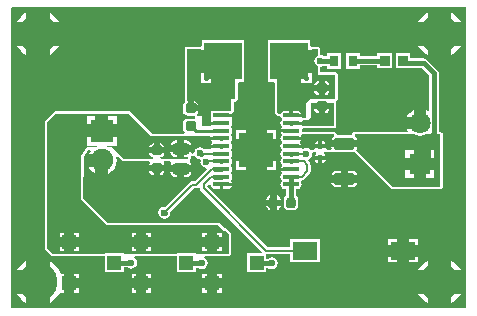
<source format=gtl>
G04*
G04 #@! TF.GenerationSoftware,Altium Limited,Altium Designer,19.1.6 (110)*
G04*
G04 Layer_Physical_Order=1*
G04 Layer_Color=255*
%FSLAX43Y43*%
%MOMM*%
G71*
G01*
G75*
%ADD10C,0.200*%
%ADD11C,0.250*%
%ADD29R,1.900X1.900*%
%ADD30C,1.900*%
G04:AMPARAMS|DCode=31|XSize=1.8mm|YSize=1mm|CornerRadius=0.25mm|HoleSize=0mm|Usage=FLASHONLY|Rotation=0.000|XOffset=0mm|YOffset=0mm|HoleType=Round|Shape=RoundedRectangle|*
%AMROUNDEDRECTD31*
21,1,1.800,0.500,0,0,0.0*
21,1,1.300,1.000,0,0,0.0*
1,1,0.500,0.650,-0.250*
1,1,0.500,-0.650,-0.250*
1,1,0.500,-0.650,0.250*
1,1,0.500,0.650,0.250*
%
%ADD31ROUNDEDRECTD31*%
%ADD32R,1.250X1.200*%
%ADD33R,1.400X0.400*%
%ADD34O,1.400X0.400*%
%ADD35R,2.960X2.960*%
%ADD36R,0.850X0.900*%
%ADD37R,0.800X0.950*%
G04:AMPARAMS|DCode=38|XSize=0.9mm|YSize=0.8mm|CornerRadius=0.2mm|HoleSize=0mm|Usage=FLASHONLY|Rotation=270.000|XOffset=0mm|YOffset=0mm|HoleType=Round|Shape=RoundedRectangle|*
%AMROUNDEDRECTD38*
21,1,0.900,0.400,0,0,270.0*
21,1,0.500,0.800,0,0,270.0*
1,1,0.400,-0.200,-0.250*
1,1,0.400,-0.200,0.250*
1,1,0.400,0.200,0.250*
1,1,0.400,0.200,-0.250*
%
%ADD38ROUNDEDRECTD38*%
%ADD39R,3.200X3.150*%
G04:AMPARAMS|DCode=40|XSize=1.4mm|YSize=1mm|CornerRadius=0.25mm|HoleSize=0mm|Usage=FLASHONLY|Rotation=0.000|XOffset=0mm|YOffset=0mm|HoleType=Round|Shape=RoundedRectangle|*
%AMROUNDEDRECTD40*
21,1,1.400,0.500,0,0,0.0*
21,1,0.900,1.000,0,0,0.0*
1,1,0.500,0.450,-0.250*
1,1,0.500,-0.450,-0.250*
1,1,0.500,-0.450,0.250*
1,1,0.500,0.450,0.250*
%
%ADD40ROUNDEDRECTD40*%
G04:AMPARAMS|DCode=41|XSize=0.9mm|YSize=0.8mm|CornerRadius=0.2mm|HoleSize=0mm|Usage=FLASHONLY|Rotation=0.000|XOffset=0mm|YOffset=0mm|HoleType=Round|Shape=RoundedRectangle|*
%AMROUNDEDRECTD41*
21,1,0.900,0.400,0,0,0.0*
21,1,0.500,0.800,0,0,0.0*
1,1,0.400,0.250,-0.200*
1,1,0.400,-0.250,-0.200*
1,1,0.400,-0.250,0.200*
1,1,0.400,0.250,0.200*
%
%ADD41ROUNDEDRECTD41*%
%ADD42R,2.150X1.500*%
G04:AMPARAMS|DCode=43|XSize=0.5mm|YSize=0.5mm|CornerRadius=0.125mm|HoleSize=0mm|Usage=FLASHONLY|Rotation=180.000|XOffset=0mm|YOffset=0mm|HoleType=Round|Shape=RoundedRectangle|*
%AMROUNDEDRECTD43*
21,1,0.500,0.250,0,0,180.0*
21,1,0.250,0.500,0,0,180.0*
1,1,0.250,-0.125,0.125*
1,1,0.250,0.125,0.125*
1,1,0.250,0.125,-0.125*
1,1,0.250,-0.125,-0.125*
%
%ADD43ROUNDEDRECTD43*%
%ADD44C,0.381*%
%ADD45C,3.300*%
%ADD46R,1.800X1.800*%
%ADD47C,1.800*%
%ADD48C,0.600*%
G36*
X38745Y25729D02*
Y329D01*
X38655Y239D01*
X255Y255D01*
Y25655D01*
X345Y25745D01*
X38745Y25729D01*
D02*
G37*
%LPC*%
G36*
X37500Y25290D02*
Y24500D01*
X38290D01*
X38213Y24644D01*
X37957Y24957D01*
X37644Y25213D01*
X37500Y25290D01*
D02*
G37*
G36*
X35500D02*
X35356Y25213D01*
X35043Y24957D01*
X34787Y24644D01*
X34710Y24500D01*
X35500D01*
Y25290D01*
D02*
G37*
G36*
X3500D02*
Y24500D01*
X4290D01*
X4213Y24644D01*
X3957Y24957D01*
X3644Y25213D01*
X3500Y25290D01*
D02*
G37*
G36*
X1500D02*
X1356Y25213D01*
X1043Y24957D01*
X787Y24644D01*
X710Y24500D01*
X1500D01*
Y25290D01*
D02*
G37*
G36*
X38290Y22500D02*
X37500D01*
Y21710D01*
X37644Y21787D01*
X37957Y22043D01*
X38213Y22356D01*
X38290Y22500D01*
D02*
G37*
G36*
X35500D02*
X34710D01*
X34787Y22356D01*
X35043Y22043D01*
X35356Y21787D01*
X35500Y21710D01*
Y22500D01*
D02*
G37*
G36*
X4290D02*
X3500D01*
Y21710D01*
X3644Y21787D01*
X3957Y22043D01*
X4213Y22356D01*
X4290Y22500D01*
D02*
G37*
G36*
X1500D02*
X710D01*
X787Y22356D01*
X1043Y22043D01*
X1356Y21787D01*
X1500Y21710D01*
Y22500D01*
D02*
G37*
G36*
X29810Y21884D02*
X28610D01*
Y20534D01*
X29810D01*
Y20811D01*
X31239D01*
Y20559D01*
X32489D01*
Y21859D01*
X31239D01*
Y21607D01*
X29810D01*
Y21884D01*
D02*
G37*
G36*
X34323Y17063D02*
X34218Y17020D01*
X33968Y16827D01*
X33775Y16577D01*
X33732Y16471D01*
X34323D01*
Y17063D01*
D02*
G37*
G36*
X19981Y22938D02*
X16381D01*
Y22513D01*
X16281Y22404D01*
X15138D01*
X15060Y22388D01*
X14994Y22344D01*
X14950Y22278D01*
X14934Y22200D01*
Y17837D01*
X14936Y17827D01*
X14935Y17817D01*
X14944Y17788D01*
X14950Y17759D01*
X14956Y17750D01*
X14959Y17740D01*
X14905Y17672D01*
X14816Y17540D01*
X14785Y17384D01*
Y16984D01*
X14816Y16828D01*
X14905Y16695D01*
X15037Y16607D01*
X15193Y16576D01*
X15693D01*
X15742Y16586D01*
X15776Y16476D01*
X15780Y16467D01*
X15782Y16457D01*
X15799Y16432D01*
X15813Y16406D01*
X15821Y16400D01*
X15824Y16395D01*
X15820Y16377D01*
X15770Y16276D01*
X15693Y16292D01*
X15193D01*
X15037Y16261D01*
X14905Y16172D01*
X14817Y16040D01*
X14786Y15884D01*
Y15484D01*
X14817Y15328D01*
X14905Y15195D01*
X14951Y15165D01*
X14913Y15038D01*
X12226D01*
X10380Y16883D01*
X10314Y16927D01*
X10236Y16943D01*
X6299D01*
X6261Y16935D01*
X6223Y16928D01*
X6197Y16917D01*
X3988D01*
X3988Y16917D01*
X3910Y16902D01*
X3844Y16857D01*
X3132Y16146D01*
X3088Y16080D01*
X3073Y16002D01*
Y14834D01*
Y5385D01*
X3073Y5385D01*
X3088Y5307D01*
X3132Y5241D01*
X3132Y5241D01*
X3640Y4733D01*
X3640Y4733D01*
X3707Y4688D01*
X3785Y4673D01*
X8141Y4673D01*
Y3315D01*
X9791D01*
Y3717D01*
X10085D01*
X10194Y3644D01*
X10389Y3605D01*
X10584Y3644D01*
X10749Y3754D01*
X10860Y3920D01*
X10898Y4115D01*
X10860Y4310D01*
X10749Y4475D01*
X10643Y4546D01*
X10682Y4673D01*
X14237D01*
Y3315D01*
X15887D01*
Y3691D01*
X16079D01*
X16188Y3618D01*
X16383Y3580D01*
X16578Y3618D01*
X16743Y3729D01*
X16854Y3894D01*
X16893Y4089D01*
X16854Y4284D01*
X16743Y4450D01*
X16600Y4546D01*
X16611Y4647D01*
X16621Y4673D01*
X18644D01*
X18722Y4688D01*
X18788Y4733D01*
X18832Y4799D01*
X18848Y4877D01*
Y6579D01*
X18832Y6657D01*
X18788Y6723D01*
X18788Y6723D01*
X18534Y6977D01*
X18468Y7021D01*
X18390Y7037D01*
X18322D01*
X17924Y7434D01*
X17858Y7478D01*
X17780Y7494D01*
X8466Y7494D01*
X6330Y9630D01*
X6375Y13050D01*
X6745Y13690D01*
X6895D01*
X6957Y13563D01*
X6833Y13401D01*
X6800Y13321D01*
X7925D01*
Y12771D01*
X8475D01*
Y11646D01*
X8556Y11679D01*
X8817Y11879D01*
X9017Y12140D01*
X9143Y12444D01*
X9186Y12771D01*
X9147Y13067D01*
X9254Y13140D01*
X9635Y12759D01*
X9701Y12715D01*
X9779Y12699D01*
X11948D01*
X12005Y12572D01*
X11946Y12484D01*
X11928Y12393D01*
X13218D01*
X13200Y12484D01*
X13141Y12572D01*
X13198Y12699D01*
X13709D01*
X13777Y12572D01*
X13731Y12504D01*
X13706Y12379D01*
X15504D01*
X15479Y12504D01*
X15379Y12653D01*
X15356Y12668D01*
X15344Y12795D01*
X15381Y12832D01*
X15387Y12841D01*
X15395Y12847D01*
X15409Y12874D01*
X15426Y12898D01*
X15427Y12908D01*
X15432Y12917D01*
X15435Y12947D01*
X15441Y12977D01*
X15439Y12986D01*
X15440Y12997D01*
X15431Y13025D01*
X15426Y13055D01*
X15420Y13063D01*
X15417Y13073D01*
X15417Y13073D01*
X15511Y13167D01*
X15511Y13167D01*
X15521Y13164D01*
X15529Y13158D01*
X15558Y13152D01*
X15587Y13144D01*
X15597Y13145D01*
X15607Y13143D01*
X15636Y13148D01*
X15666Y13151D01*
X15680Y13157D01*
X15685Y13158D01*
X15805Y13116D01*
X15817Y13103D01*
X15822Y13097D01*
X15870Y13025D01*
X16036Y12915D01*
X16231Y12876D01*
X16270Y12754D01*
X16254Y12675D01*
X16293Y12480D01*
X16404Y12314D01*
X16569Y12204D01*
X16760Y12166D01*
X16772Y12149D01*
X16821Y12047D01*
X15799Y11025D01*
X15570D01*
X15570Y11025D01*
X15453Y11001D01*
X15354Y10935D01*
X15354Y10935D01*
X13272Y8854D01*
X13208Y8866D01*
X13013Y8828D01*
X12848Y8717D01*
X12737Y8552D01*
X12698Y8357D01*
X12737Y8162D01*
X12848Y7996D01*
X13013Y7886D01*
X13208Y7847D01*
X13403Y7886D01*
X13568Y7996D01*
X13679Y8162D01*
X13718Y8357D01*
X13705Y8421D01*
X15697Y10413D01*
X15926D01*
X15926Y10413D01*
X16043Y10436D01*
X16097Y10472D01*
X16208Y10426D01*
X16216Y10421D01*
X16226Y10410D01*
X16247Y10303D01*
X16314Y10203D01*
X21485Y5032D01*
X21436Y4915D01*
X20201D01*
Y3315D01*
X21851D01*
Y3666D01*
X21997D01*
X22106Y3593D01*
X22301Y3554D01*
X22496Y3593D01*
X22662Y3704D01*
X22772Y3869D01*
X22811Y4064D01*
X22772Y4259D01*
X22662Y4424D01*
X22496Y4535D01*
X22301Y4574D01*
X22106Y4535D01*
X21997Y4462D01*
X21851D01*
Y4825D01*
X23861D01*
Y4181D01*
X26411D01*
Y6081D01*
X23861D01*
Y5437D01*
X21945D01*
X16836Y10546D01*
Y10609D01*
X17001Y10774D01*
X17069Y10754D01*
X17127Y10720D01*
X17154Y10582D01*
X17243Y10449D01*
X17375Y10361D01*
X17531Y10330D01*
X17901D01*
Y10738D01*
X18031D01*
Y10868D01*
X18913D01*
X18908Y10894D01*
X18820Y11026D01*
Y11099D01*
X18908Y11232D01*
X18939Y11388D01*
X18908Y11544D01*
X18820Y11676D01*
Y11749D01*
X18908Y11882D01*
X18939Y12038D01*
X18908Y12194D01*
X18820Y12326D01*
Y12399D01*
X18908Y12532D01*
X18939Y12688D01*
X18908Y12844D01*
X18820Y12976D01*
Y13049D01*
X18908Y13182D01*
X18939Y13338D01*
X18908Y13494D01*
X18820Y13626D01*
Y13699D01*
X18908Y13832D01*
X18939Y13988D01*
X18908Y14144D01*
X18820Y14276D01*
Y14349D01*
X18908Y14482D01*
X18939Y14638D01*
X18908Y14794D01*
X18820Y14926D01*
Y14999D01*
X18908Y15132D01*
X18939Y15288D01*
X18908Y15444D01*
X18820Y15576D01*
Y15649D01*
X18908Y15782D01*
X18939Y15938D01*
X18915Y16061D01*
X18931Y16188D01*
X18931D01*
X18931Y16188D01*
Y16458D01*
X18031D01*
Y16718D01*
X18931D01*
Y16796D01*
X18950Y16799D01*
X19016Y16844D01*
X19061Y16910D01*
X19076Y16988D01*
Y17754D01*
X19202D01*
X19280Y17769D01*
X19347Y17814D01*
X19391Y17880D01*
X19406Y17958D01*
Y19288D01*
X19516Y19388D01*
X19981D01*
Y22938D01*
D02*
G37*
G36*
X22661Y15343D02*
X21881D01*
Y14563D01*
X22661D01*
Y15343D01*
D02*
G37*
G36*
X20081D02*
X19301D01*
Y14563D01*
X20081D01*
Y15343D01*
D02*
G37*
G36*
X26864Y12822D02*
X26581D01*
Y12539D01*
X26668Y12556D01*
X26775Y12628D01*
X26847Y12736D01*
X26864Y12822D01*
D02*
G37*
G36*
X26251D02*
X25968D01*
X25985Y12736D01*
X26057Y12628D01*
X26164Y12556D01*
X26251Y12539D01*
Y12822D01*
D02*
G37*
G36*
X22661Y12763D02*
X21881D01*
Y11983D01*
X22661D01*
Y12763D01*
D02*
G37*
G36*
X20081D02*
X19301D01*
Y11983D01*
X20081D01*
Y12763D01*
D02*
G37*
G36*
X7375Y12221D02*
X6800D01*
X6833Y12140D01*
X7034Y11879D01*
X7295Y11679D01*
X7375Y11646D01*
Y12221D01*
D02*
G37*
G36*
X13218Y11863D02*
X12838D01*
Y11523D01*
X12979Y11551D01*
X13112Y11639D01*
X13200Y11772D01*
X13218Y11863D01*
D02*
G37*
G36*
X12308D02*
X11928D01*
X11946Y11772D01*
X12035Y11639D01*
X12167Y11551D01*
X12308Y11523D01*
Y11863D01*
D02*
G37*
G36*
X29098Y11909D02*
X28748D01*
Y11500D01*
X29547D01*
X29522Y11626D01*
X29422Y11774D01*
X29274Y11874D01*
X29098Y11909D01*
D02*
G37*
G36*
X28148D02*
X27798D01*
X27622Y11874D01*
X27474Y11774D01*
X27374Y11626D01*
X27349Y11500D01*
X28148D01*
Y11909D01*
D02*
G37*
G36*
X15504Y11779D02*
X14905D01*
Y11370D01*
X15055D01*
X15231Y11405D01*
X15379Y11504D01*
X15479Y11653D01*
X15504Y11779D01*
D02*
G37*
G36*
X14305D02*
X13706D01*
X13731Y11653D01*
X13831Y11504D01*
X13979Y11405D01*
X14155Y11370D01*
X14305D01*
Y11779D01*
D02*
G37*
G36*
X29547Y10900D02*
X28748D01*
Y10491D01*
X29098D01*
X29274Y10526D01*
X29422Y10626D01*
X29522Y10774D01*
X29547Y10900D01*
D02*
G37*
G36*
X28148D02*
X27349D01*
X27374Y10774D01*
X27474Y10626D01*
X27622Y10526D01*
X27798Y10491D01*
X28148D01*
Y10900D01*
D02*
G37*
G36*
X25581Y22938D02*
X21981D01*
Y19388D01*
X22445D01*
X22554Y19288D01*
Y16879D01*
X22558Y16859D01*
Y16839D01*
X22566Y16821D01*
X22570Y16801D01*
X22581Y16784D01*
X22589Y16766D01*
X22603Y16752D01*
X22614Y16735D01*
X22631Y16724D01*
X22645Y16710D01*
X22695Y16676D01*
X22748Y16596D01*
X22805Y16540D01*
X22878Y16509D01*
X22958D01*
X23053Y16439D01*
X23054Y16432D01*
X23143Y16299D01*
Y16226D01*
X23054Y16094D01*
X23023Y15938D01*
X23054Y15782D01*
X23143Y15649D01*
Y15576D01*
X23054Y15444D01*
X23049Y15418D01*
X23931D01*
Y15158D01*
X23049D01*
X23054Y15132D01*
X23143Y14999D01*
Y14926D01*
X23054Y14794D01*
X23023Y14638D01*
X23054Y14482D01*
X23143Y14349D01*
Y14276D01*
X23054Y14144D01*
X23023Y13988D01*
X23054Y13832D01*
X23143Y13699D01*
Y13626D01*
X23054Y13494D01*
X23023Y13338D01*
X23054Y13182D01*
X23143Y13049D01*
Y12976D01*
X23054Y12844D01*
X23023Y12688D01*
X23054Y12532D01*
X23143Y12399D01*
Y12326D01*
X23054Y12194D01*
X23049Y12168D01*
X23931D01*
Y11908D01*
X23049D01*
X23054Y11882D01*
X23143Y11749D01*
Y11676D01*
X23054Y11544D01*
X23023Y11388D01*
X23054Y11232D01*
X23143Y11099D01*
Y11026D01*
X23054Y10894D01*
X23023Y10738D01*
X23054Y10582D01*
X23143Y10449D01*
X23275Y10361D01*
X23431Y10330D01*
X23538D01*
Y9790D01*
X23452Y9733D01*
X23363Y9601D01*
X23332Y9445D01*
Y8945D01*
X23363Y8789D01*
X23452Y8656D01*
X23584Y8568D01*
X23740Y8537D01*
X24140D01*
X24296Y8568D01*
X24429Y8656D01*
X24517Y8789D01*
X24548Y8945D01*
Y9445D01*
X24517Y9601D01*
X24429Y9733D01*
X24334Y9796D01*
Y10330D01*
X24431D01*
X24587Y10361D01*
X24720Y10449D01*
X24808Y10582D01*
X24839Y10738D01*
X24808Y10894D01*
X24765Y10959D01*
X24828Y11086D01*
X24828Y11086D01*
X24945Y11109D01*
X25044Y11175D01*
X25515Y11646D01*
X25515Y11646D01*
X25581Y11745D01*
X25604Y11862D01*
Y12395D01*
X25581Y12512D01*
X25515Y12611D01*
X25515Y12611D01*
X25388Y12739D01*
X25405Y12794D01*
X25438Y12867D01*
X25589Y12968D01*
X25700Y13133D01*
X25738Y13329D01*
X25732Y13363D01*
X25812Y13461D01*
X25891D01*
X25912Y13465D01*
X25933Y13466D01*
X25950Y13473D01*
X25969Y13477D01*
X25986Y13489D01*
X26006Y13497D01*
X26019Y13510D01*
X26035Y13521D01*
X26058Y13527D01*
X26077Y13513D01*
X26072Y13357D01*
X26057Y13347D01*
X25985Y13239D01*
X25968Y13152D01*
X26416D01*
X26864D01*
X26847Y13239D01*
X26775Y13347D01*
X26760Y13357D01*
X26755Y13513D01*
X26774Y13527D01*
X26797Y13521D01*
X26813Y13510D01*
X26826Y13497D01*
X26846Y13489D01*
X26863Y13477D01*
X26882Y13473D01*
X26899Y13466D01*
X26920Y13465D01*
X26941Y13461D01*
X27316D01*
X27345Y13467D01*
X27375Y13470D01*
X27384Y13475D01*
X27394Y13477D01*
X27419Y13493D01*
X27445Y13508D01*
X27452Y13515D01*
X27460Y13521D01*
X27596Y13544D01*
X27622Y13526D01*
X27798Y13491D01*
X29098D01*
X29252Y13522D01*
X29255Y13515D01*
X29269Y13501D01*
X29280Y13484D01*
X32368Y10397D01*
X32434Y10353D01*
X32512Y10337D01*
X36576D01*
X36654Y10353D01*
X36720Y10397D01*
X36764Y10463D01*
X36780Y10541D01*
Y14986D01*
X36764Y15064D01*
X36720Y15130D01*
X36654Y15174D01*
X36576Y15190D01*
X36437D01*
Y20151D01*
X36407Y20304D01*
X36320Y20433D01*
X35441Y21313D01*
X35311Y21399D01*
X35159Y21429D01*
X34039D01*
Y21859D01*
X32789D01*
Y20559D01*
X34039D01*
Y20633D01*
X34994D01*
X35641Y19986D01*
Y17000D01*
X35527Y16944D01*
X35429Y17020D01*
X35323Y17063D01*
Y15971D01*
X34823D01*
Y15471D01*
X33732D01*
X33775Y15366D01*
X33823Y15304D01*
X33767Y15190D01*
X29317Y15190D01*
X29315Y15189D01*
X29312Y15190D01*
X29276Y15182D01*
X29239Y15174D01*
X29237Y15173D01*
X29235Y15173D01*
X29204Y15151D01*
X29173Y15130D01*
X29171Y15128D01*
X29169Y15127D01*
X29149Y15095D01*
X29129Y15064D01*
X29128Y15062D01*
X29127Y15060D01*
X29119Y15039D01*
X29114Y15014D01*
X29106Y14990D01*
X29097Y14909D01*
X27799D01*
X27790Y14990D01*
X27782Y15014D01*
X27777Y15039D01*
X27769Y15060D01*
X27768Y15062D01*
X27767Y15064D01*
X27747Y15095D01*
X27727Y15127D01*
X27725Y15128D01*
X27723Y15130D01*
X27692Y15151D01*
X27661Y15173D01*
X27659Y15173D01*
X27657Y15174D01*
X27620Y15182D01*
X27584Y15190D01*
X27581Y15189D01*
X27579Y15190D01*
X24949D01*
X24839Y15288D01*
X24821Y15380D01*
X24832Y15409D01*
X24839Y15419D01*
X24915Y15492D01*
X24918Y15493D01*
X27559D01*
X27637Y15509D01*
X27703Y15553D01*
X27747Y15619D01*
X27763Y15697D01*
Y17653D01*
X27747Y17731D01*
X27764Y17820D01*
X27830Y17864D01*
X27874Y17931D01*
X27890Y18009D01*
X27890Y19507D01*
Y20041D01*
X27874Y20119D01*
X27830Y20185D01*
X27764Y20229D01*
X27686Y20245D01*
X26391Y20245D01*
Y20669D01*
X26422Y20694D01*
X26617Y20732D01*
X26730Y20808D01*
X26960D01*
Y20534D01*
X28160D01*
Y21884D01*
X26960D01*
Y21604D01*
X26722D01*
X26617Y21674D01*
X26422Y21713D01*
X26391Y21738D01*
Y22174D01*
X26376Y22252D01*
X26332Y22318D01*
X26265Y22363D01*
X26187Y22378D01*
X25681D01*
X25581Y22479D01*
Y22938D01*
D02*
G37*
G36*
X18913Y10608D02*
X18161D01*
Y10330D01*
X18531D01*
X18687Y10361D01*
X18820Y10449D01*
X18908Y10582D01*
X18913Y10608D01*
D02*
G37*
G36*
X22705Y9840D02*
Y9460D01*
X23045D01*
X23017Y9601D01*
X22929Y9733D01*
X22796Y9821D01*
X22705Y9840D01*
D02*
G37*
G36*
X22175D02*
X22084Y9821D01*
X21952Y9733D01*
X21863Y9601D01*
X21835Y9460D01*
X22175D01*
Y9840D01*
D02*
G37*
G36*
X23045Y8930D02*
X22705D01*
Y8550D01*
X22796Y8568D01*
X22929Y8656D01*
X23017Y8789D01*
X23045Y8930D01*
D02*
G37*
G36*
X22175D02*
X21835D01*
X21863Y8789D01*
X21952Y8656D01*
X22084Y8568D01*
X22175Y8550D01*
Y8930D01*
D02*
G37*
G36*
X34661Y6081D02*
X33886D01*
Y5631D01*
X34661D01*
Y6081D01*
D02*
G37*
G36*
X32886D02*
X32111D01*
Y5631D01*
X32886D01*
Y6081D01*
D02*
G37*
G36*
X34661Y4631D02*
X33886D01*
Y4181D01*
X34661D01*
Y4631D01*
D02*
G37*
G36*
X32886D02*
X32111D01*
Y4181D01*
X32886D01*
Y4631D01*
D02*
G37*
G36*
X37500Y4290D02*
Y3500D01*
X38290D01*
X38213Y3644D01*
X37957Y3957D01*
X37644Y4213D01*
X37500Y4290D01*
D02*
G37*
G36*
X35500D02*
X35356Y4213D01*
X35043Y3957D01*
X34787Y3644D01*
X34710Y3500D01*
X35500D01*
Y4290D01*
D02*
G37*
G36*
X1500D02*
X1356Y4213D01*
X1043Y3957D01*
X787Y3644D01*
X710Y3500D01*
X1500D01*
Y4290D01*
D02*
G37*
G36*
X18051Y3165D02*
X17656D01*
Y2795D01*
X18051D01*
Y3165D01*
D02*
G37*
G36*
X12087D02*
X11692D01*
Y2795D01*
X12087D01*
Y3165D01*
D02*
G37*
G36*
X5991D02*
X5596D01*
Y2795D01*
X5991D01*
Y3165D01*
D02*
G37*
G36*
X16796D02*
X16401D01*
Y2795D01*
X16796D01*
Y3165D01*
D02*
G37*
G36*
X10832D02*
X10437D01*
Y2795D01*
X10832D01*
Y3165D01*
D02*
G37*
G36*
X18051Y1935D02*
X17656D01*
Y1565D01*
X18051D01*
Y1935D01*
D02*
G37*
G36*
X16796D02*
X16401D01*
Y1565D01*
X16796D01*
Y1935D01*
D02*
G37*
G36*
X12087D02*
X11692D01*
Y1565D01*
X12087D01*
Y1935D01*
D02*
G37*
G36*
X10832D02*
X10437D01*
Y1565D01*
X10832D01*
Y1935D01*
D02*
G37*
G36*
X5991D02*
X5596D01*
Y1565D01*
X5991D01*
Y1935D01*
D02*
G37*
G36*
X38290Y1500D02*
X37500D01*
Y710D01*
X37644Y787D01*
X37957Y1043D01*
X38213Y1356D01*
X38290Y1500D01*
D02*
G37*
G36*
X35500D02*
X34710D01*
X34787Y1356D01*
X35043Y1043D01*
X35356Y787D01*
X35500Y710D01*
Y1500D01*
D02*
G37*
G36*
X3500Y4290D02*
Y2500D01*
Y710D01*
X3644Y787D01*
X3957Y1043D01*
X4213Y1356D01*
X4270Y1462D01*
X4341Y1565D01*
Y1565D01*
X4341Y1565D01*
X4736D01*
Y2365D01*
Y3165D01*
X4441D01*
X4403Y3288D01*
X4213Y3644D01*
X3957Y3957D01*
X3644Y4213D01*
X3500Y4290D01*
D02*
G37*
G36*
X1500Y1500D02*
X710D01*
X787Y1356D01*
X1043Y1043D01*
X1356Y787D01*
X1500Y710D01*
Y1500D01*
D02*
G37*
%LPD*%
G36*
X12116Y14859D02*
Y14834D01*
X17040D01*
X17090Y14768D01*
X18031D01*
Y14508D01*
X17149D01*
X17154Y14482D01*
X17243Y14349D01*
Y14276D01*
X17154Y14144D01*
X17149Y14118D01*
X18031D01*
Y13858D01*
X17149D01*
X17152Y13843D01*
X17148Y13811D01*
X17097Y13716D01*
X16611D01*
X16591Y13746D01*
X16426Y13857D01*
X16231Y13896D01*
X16036Y13857D01*
X15870Y13746D01*
X15850Y13716D01*
X15796D01*
X15766Y13591D01*
X15760Y13581D01*
X15748Y13523D01*
Y13523D01*
X15739Y13479D01*
X15607Y13346D01*
X15490Y13409D01*
X15504Y13479D01*
X14905D01*
Y13070D01*
X15055D01*
X15175Y13094D01*
X15237Y12977D01*
X15113Y12852D01*
X15062Y12903D01*
X12887D01*
X12874Y13030D01*
X12979Y13051D01*
X13111Y13139D01*
X13200Y13272D01*
X13218Y13363D01*
X11928D01*
X11946Y13272D01*
X12035Y13139D01*
X12167Y13051D01*
X12272Y13030D01*
X12259Y12903D01*
X9779D01*
X8788Y13894D01*
X8333D01*
X8323Y13904D01*
X8374Y14021D01*
X9175D01*
Y14721D01*
X7925D01*
X6675D01*
Y14021D01*
X7477D01*
X7527Y13904D01*
X7517Y13894D01*
X6627D01*
X6172Y13106D01*
X6125Y9547D01*
X8382Y7290D01*
X17780Y7290D01*
X18237Y6833D01*
X18390D01*
X18644Y6579D01*
Y4877D01*
X15887D01*
Y4915D01*
X14237D01*
Y4877D01*
X9791D01*
Y4915D01*
X8141D01*
Y4877D01*
X3785Y4877D01*
X3277Y5385D01*
Y14834D01*
Y16002D01*
X3988Y16713D01*
X6220D01*
X6245Y16573D01*
X6247Y16718D01*
X6299Y16739D01*
X10236D01*
X12116Y14859D01*
D02*
G37*
G36*
X16281Y22163D02*
X18181D01*
Y21163D01*
X19181D01*
Y19288D01*
X19202D01*
Y17958D01*
X18898D01*
X18872Y17932D01*
Y16988D01*
X17131D01*
Y16188D01*
X17131Y16188D01*
X17147Y16068D01*
X18031D01*
Y15808D01*
X17149D01*
X17154Y15782D01*
X17160Y15773D01*
X17092Y15646D01*
X16358D01*
Y16535D01*
X15971D01*
X15932Y16662D01*
X15982Y16695D01*
X16070Y16828D01*
X16088Y16919D01*
X15443D01*
Y17184D01*
X15178D01*
Y17804D01*
X15138Y17837D01*
Y22200D01*
X16281D01*
Y22163D01*
D02*
G37*
%LPC*%
G36*
X9175Y16521D02*
X8475D01*
Y15821D01*
X9175D01*
Y16521D01*
D02*
G37*
G36*
X7375D02*
X6675D01*
Y15821D01*
X7375D01*
Y16521D01*
D02*
G37*
G36*
X15055Y14487D02*
X14905D01*
Y14079D01*
X15504D01*
X15479Y14204D01*
X15379Y14353D01*
X15231Y14452D01*
X15055Y14487D01*
D02*
G37*
G36*
X14305D02*
X14155D01*
X13979Y14452D01*
X13831Y14353D01*
X13731Y14204D01*
X13706Y14079D01*
X14305D01*
Y14487D01*
D02*
G37*
G36*
X12838Y14233D02*
Y13893D01*
X13218D01*
X13200Y13984D01*
X13111Y14116D01*
X12979Y14205D01*
X12838Y14233D01*
D02*
G37*
G36*
X12308D02*
X12167Y14205D01*
X12035Y14116D01*
X11946Y13984D01*
X11928Y13893D01*
X12308D01*
Y14233D01*
D02*
G37*
G36*
X14305Y13479D02*
X13706D01*
X13731Y13353D01*
X13831Y13204D01*
X13979Y13105D01*
X14155Y13070D01*
X14305D01*
Y13479D01*
D02*
G37*
G36*
X18051Y6665D02*
X17656D01*
Y6295D01*
X18051D01*
Y6665D01*
D02*
G37*
G36*
X12087D02*
X11692D01*
Y6295D01*
X12087D01*
Y6665D01*
D02*
G37*
G36*
X5991D02*
X5596D01*
Y6295D01*
X5991D01*
Y6665D01*
D02*
G37*
G36*
X16796D02*
X16401D01*
Y6295D01*
X16796D01*
Y6665D01*
D02*
G37*
G36*
X10832D02*
X10437D01*
Y6295D01*
X10832D01*
Y6665D01*
D02*
G37*
G36*
X4736D02*
X4341D01*
Y6295D01*
X4736D01*
Y6665D01*
D02*
G37*
G36*
X18051Y5435D02*
X17656D01*
Y5065D01*
X18051D01*
Y5435D01*
D02*
G37*
G36*
X16796D02*
X16401D01*
Y5065D01*
X16796D01*
Y5435D01*
D02*
G37*
G36*
X12087D02*
X11692D01*
Y5065D01*
X12087D01*
Y5435D01*
D02*
G37*
G36*
X10832D02*
X10437D01*
Y5065D01*
X10832D01*
Y5435D01*
D02*
G37*
G36*
X5991D02*
X5596D01*
Y5065D01*
X5991D01*
Y5435D01*
D02*
G37*
G36*
X4736D02*
X4341D01*
Y5065D01*
X4736D01*
Y5435D01*
D02*
G37*
G36*
X17181Y20163D02*
X16281D01*
Y19288D01*
X17181D01*
Y20163D01*
D02*
G37*
G36*
X15708Y17789D02*
Y17449D01*
X16088D01*
X16070Y17540D01*
X15982Y17672D01*
X15849Y17761D01*
X15708Y17789D01*
D02*
G37*
%LPD*%
G36*
X27559Y15697D02*
X24893D01*
X24826Y15808D01*
X23931D01*
Y16068D01*
X24849D01*
X24909Y16154D01*
X25400D01*
X25603Y16358D01*
Y17653D01*
X25830D01*
X25832Y17651D01*
X27254D01*
X27256Y17653D01*
X27559D01*
Y15697D01*
D02*
G37*
G36*
X26187Y22174D02*
Y21648D01*
X26061Y21564D01*
X25951Y21398D01*
X25912Y21203D01*
X25951Y21008D01*
X26061Y20843D01*
X26187Y20759D01*
Y20041D01*
X27686Y20041D01*
Y19507D01*
X27686Y18009D01*
X25629D01*
X25222Y17602D01*
Y16358D01*
X24909D01*
X24862Y16392D01*
X24836Y16427D01*
X24821Y16458D01*
X23931D01*
Y16588D01*
X23801D01*
Y16996D01*
X23431D01*
X23275Y16965D01*
X23143Y16876D01*
X23054Y16744D01*
X23053Y16736D01*
X22918Y16709D01*
X22842Y16823D01*
X22758Y16879D01*
Y19288D01*
X22781D01*
Y21163D01*
X23781D01*
Y22163D01*
X25681D01*
Y22174D01*
X26187D01*
D02*
G37*
G36*
X36576Y10541D02*
X32512D01*
X29424Y13629D01*
X29522Y13774D01*
X29547Y13900D01*
X27349D01*
X27371Y13792D01*
X27337Y13705D01*
X27316Y13665D01*
X26941D01*
X26858Y13792D01*
X26864Y13822D01*
X26416D01*
X25968D01*
X25974Y13792D01*
X25891Y13665D01*
X25605D01*
X25589Y13689D01*
X25424Y13800D01*
X25229Y13838D01*
X25034Y13800D01*
X24951Y13744D01*
X24909Y13754D01*
X24808Y13832D01*
X24813Y13858D01*
X23931D01*
Y14118D01*
X24813D01*
X24808Y14144D01*
X24720Y14276D01*
Y14349D01*
X24808Y14482D01*
X24813Y14508D01*
X23931D01*
Y14768D01*
X24813D01*
X24808Y14794D01*
X24764Y14859D01*
X24832Y14986D01*
X27579D01*
X27587Y14965D01*
X27600Y14859D01*
X27474Y14774D01*
X27374Y14626D01*
X27349Y14500D01*
X29547D01*
X29522Y14626D01*
X29422Y14774D01*
X29296Y14859D01*
X29309Y14965D01*
X29317Y14986D01*
X34328Y14986D01*
X34536Y14900D01*
X34823Y14862D01*
X35111Y14900D01*
X35319Y14986D01*
X36576D01*
Y10541D01*
D02*
G37*
%LPC*%
G36*
X27188Y17121D02*
X26808D01*
Y16781D01*
X26949Y16809D01*
X27082Y16897D01*
X27170Y17030D01*
X27188Y17121D01*
D02*
G37*
G36*
X26278D02*
X25898D01*
X25916Y17030D01*
X26005Y16897D01*
X26137Y16809D01*
X26278Y16781D01*
Y17121D01*
D02*
G37*
G36*
X25681Y20163D02*
X24781D01*
Y19288D01*
X25681D01*
Y20163D01*
D02*
G37*
G36*
X26808Y19490D02*
Y19151D01*
X27188D01*
X27170Y19242D01*
X27081Y19374D01*
X26949Y19462D01*
X26808Y19490D01*
D02*
G37*
G36*
X26278D02*
X26137Y19462D01*
X26005Y19374D01*
X25916Y19242D01*
X25898Y19151D01*
X26278D01*
Y19490D01*
D02*
G37*
G36*
X27188Y18621D02*
X26808D01*
Y18281D01*
X26949Y18309D01*
X27081Y18397D01*
X27170Y18530D01*
X27188Y18621D01*
D02*
G37*
G36*
X26278D02*
X25898D01*
X25916Y18530D01*
X26005Y18397D01*
X26137Y18309D01*
X26278Y18281D01*
Y18621D01*
D02*
G37*
G36*
X24431Y16996D02*
X24061D01*
Y16718D01*
X24813D01*
X24808Y16744D01*
X24720Y16876D01*
X24587Y16965D01*
X24431Y16996D01*
D02*
G37*
G36*
X26581Y14436D02*
Y14152D01*
X26864D01*
X26847Y14239D01*
X26775Y14347D01*
X26668Y14419D01*
X26581Y14436D01*
D02*
G37*
G36*
X26251D02*
X26164Y14419D01*
X26057Y14347D01*
X25985Y14239D01*
X25968Y14152D01*
X26251D01*
Y14436D01*
D02*
G37*
G36*
X36023Y13671D02*
X35323D01*
Y12971D01*
X36023D01*
Y13671D01*
D02*
G37*
G36*
X34323D02*
X33623D01*
Y12971D01*
X34323D01*
Y13671D01*
D02*
G37*
G36*
X36023Y11971D02*
X35323D01*
Y11271D01*
X36023D01*
Y11971D01*
D02*
G37*
G36*
X34323D02*
X33623D01*
Y11271D01*
X34323D01*
Y11971D01*
D02*
G37*
%LPD*%
D10*
X24828Y11391D02*
X25298Y11862D01*
X23935Y11391D02*
X24828D01*
X25298Y11862D02*
Y12395D01*
X25009Y12684D02*
X25298Y12395D01*
X23935Y12684D02*
X25009D01*
X16530Y10420D02*
X21819Y5131D01*
X16530Y10420D02*
Y10735D01*
X21819Y5131D02*
X25136D01*
X16530Y10735D02*
X17179Y11384D01*
X17522D01*
X15926Y10719D02*
X17241Y12034D01*
X18028D01*
X15570Y10719D02*
X15926D01*
X13208Y8357D02*
X15570Y10719D01*
X16774Y12684D02*
X18028D01*
X16307Y13310D02*
X17907D01*
X23935Y13334D02*
X25223D01*
D11*
X15498Y15684D02*
X15894Y15288D01*
X18031D01*
D29*
X7925Y15271D02*
D03*
D30*
Y12771D02*
D03*
D31*
X28448Y11200D02*
D03*
Y14200D02*
D03*
D32*
X11262Y5865D02*
D03*
Y2365D02*
D03*
X15062Y4115D02*
D03*
X5166Y5865D02*
D03*
Y2365D02*
D03*
X8966Y4115D02*
D03*
X17226Y5865D02*
D03*
Y2365D02*
D03*
X21026Y4115D02*
D03*
D33*
X18031Y16588D02*
D03*
D34*
Y15938D02*
D03*
Y15288D02*
D03*
Y14638D02*
D03*
Y13988D02*
D03*
Y13338D02*
D03*
Y12688D02*
D03*
Y12038D02*
D03*
Y11388D02*
D03*
Y10738D02*
D03*
X23931Y16588D02*
D03*
Y15938D02*
D03*
Y15288D02*
D03*
Y14638D02*
D03*
Y13988D02*
D03*
Y13338D02*
D03*
Y12688D02*
D03*
Y12038D02*
D03*
Y11388D02*
D03*
Y10738D02*
D03*
D35*
X20981Y13663D02*
D03*
D36*
X31864Y21209D02*
D03*
X33414D02*
D03*
D37*
X27560D02*
D03*
X29210D02*
D03*
D38*
X22440Y9195D02*
D03*
X23940Y9195D02*
D03*
D39*
X18181Y21163D02*
D03*
X23781D02*
D03*
D40*
X14605Y12079D02*
D03*
Y13779D02*
D03*
D41*
X12573Y12128D02*
D03*
X12573Y13628D02*
D03*
X15443Y15684D02*
D03*
X15443Y17184D02*
D03*
X26543Y17386D02*
D03*
X26543Y18886D02*
D03*
D42*
X33386Y5131D02*
D03*
X25136D02*
D03*
D43*
X26416Y12987D02*
D03*
Y13987D02*
D03*
D44*
X23931Y11388D02*
X23935Y11391D01*
X23931Y12688D02*
X23935Y12684D01*
X17522Y11384D02*
X17526Y11388D01*
X18031D01*
X18028Y12034D02*
X18031Y12038D01*
X35159Y21031D02*
X36039Y20151D01*
Y15081D02*
Y20151D01*
X35533Y14575D02*
X36039Y15081D01*
X35533Y13181D02*
Y14575D01*
X34823Y12471D02*
X35533Y13181D01*
X33592Y21031D02*
X35159D01*
X33414Y21209D02*
X33592Y21031D01*
X26543Y17385D02*
X26543Y17386D01*
X16764Y12675D02*
X16774Y12684D01*
X13208Y8357D02*
X13267D01*
X17526Y12038D02*
X18031D01*
X23931Y10738D02*
Y11388D01*
X29210Y21209D02*
X31864D01*
X23931Y10738D02*
X23936Y10733D01*
Y9199D02*
Y10733D01*
Y9199D02*
X23940Y9195D01*
X16231Y13386D02*
X16307Y13310D01*
X18028Y12684D02*
X18031Y12688D01*
X26422Y21203D02*
X26424Y21206D01*
X27557D01*
X27560Y21209D01*
X25223Y13334D02*
X25229Y13329D01*
X23931Y13338D02*
X23935Y13334D01*
X21026Y4115D02*
X21077Y4064D01*
X22301D01*
X8966Y4115D02*
X10389D01*
X15062D02*
X15088Y4089D01*
X16383D01*
X18028Y13991D02*
X18031Y13988D01*
X18028Y14641D02*
X18031Y14638D01*
X26416Y18809D02*
Y18898D01*
X26428Y18886D02*
X26486D01*
Y18893D01*
X23781Y21163D02*
X23806D01*
X25191Y19778D01*
X26486Y18886D02*
X26543D01*
X26416Y18898D02*
X26428Y18886D01*
X23931Y15938D02*
X23935Y15941D01*
X15488Y17184D02*
X15493D01*
X18156Y21163D02*
X18181D01*
X16772Y19778D02*
X18156Y21163D01*
X15697Y17393D02*
Y17437D01*
X15488Y17184D02*
X15697Y17393D01*
X15443Y17184D02*
X15488D01*
X15443Y15684D02*
X15498D01*
D45*
X36500Y2500D02*
D03*
X2500D02*
D03*
X36500Y23500D02*
D03*
X2500D02*
D03*
D46*
X34823Y12471D02*
D03*
D47*
Y15971D02*
D03*
D48*
X35981Y8663D02*
D03*
Y6163D02*
D03*
X33481Y23663D02*
D03*
Y18663D02*
D03*
Y16163D02*
D03*
Y8663D02*
D03*
Y3663D02*
D03*
Y1163D02*
D03*
X30981Y23663D02*
D03*
Y18663D02*
D03*
Y16163D02*
D03*
Y11163D02*
D03*
Y8663D02*
D03*
Y6163D02*
D03*
Y3663D02*
D03*
Y1163D02*
D03*
X28481Y23663D02*
D03*
Y18663D02*
D03*
Y16163D02*
D03*
Y8663D02*
D03*
Y6163D02*
D03*
Y3663D02*
D03*
Y1163D02*
D03*
X25981Y23663D02*
D03*
Y11163D02*
D03*
Y8663D02*
D03*
Y3663D02*
D03*
Y1163D02*
D03*
X23481Y23663D02*
D03*
Y6163D02*
D03*
Y3663D02*
D03*
Y1163D02*
D03*
X20981Y23663D02*
D03*
Y21163D02*
D03*
Y18663D02*
D03*
Y8663D02*
D03*
Y1163D02*
D03*
X18481Y23663D02*
D03*
Y3663D02*
D03*
Y1163D02*
D03*
X15981Y23663D02*
D03*
Y1163D02*
D03*
X13481Y23663D02*
D03*
Y21163D02*
D03*
Y18663D02*
D03*
Y16163D02*
D03*
Y3663D02*
D03*
Y1163D02*
D03*
X10981Y23663D02*
D03*
Y21163D02*
D03*
Y18663D02*
D03*
Y8663D02*
D03*
Y1163D02*
D03*
X8481Y23663D02*
D03*
Y21163D02*
D03*
Y18663D02*
D03*
Y11163D02*
D03*
Y8663D02*
D03*
Y1163D02*
D03*
X5981Y23663D02*
D03*
Y21163D02*
D03*
Y18663D02*
D03*
Y3663D02*
D03*
Y1163D02*
D03*
X3481Y21163D02*
D03*
Y18663D02*
D03*
X981Y21163D02*
D03*
Y18663D02*
D03*
Y16163D02*
D03*
Y13663D02*
D03*
Y11163D02*
D03*
Y8663D02*
D03*
Y6163D02*
D03*
X30181Y11563D02*
D03*
Y10863D02*
D03*
Y10163D02*
D03*
X29481D02*
D03*
X28781D02*
D03*
X28081D02*
D03*
X27381D02*
D03*
X26681Y11563D02*
D03*
Y10863D02*
D03*
Y10163D02*
D03*
X14481Y10863D02*
D03*
X13681D02*
D03*
Y10063D02*
D03*
X12881Y10863D02*
D03*
Y10063D02*
D03*
X12081Y10863D02*
D03*
Y10063D02*
D03*
X11281Y11663D02*
D03*
Y10863D02*
D03*
Y10063D02*
D03*
X19281Y10863D02*
D03*
Y11663D02*
D03*
X16764Y12675D02*
D03*
X21856Y12764D02*
D03*
X20956D02*
D03*
X20056D02*
D03*
Y14564D02*
D03*
X21856D02*
D03*
X20956D02*
D03*
X20056Y13664D02*
D03*
X20956D02*
D03*
X21856D02*
D03*
X22481Y11663D02*
D03*
Y16463D02*
D03*
Y15663D02*
D03*
Y10863D02*
D03*
X21681Y16463D02*
D03*
Y15663D02*
D03*
Y11663D02*
D03*
Y10863D02*
D03*
X20881Y16463D02*
D03*
Y15663D02*
D03*
Y11663D02*
D03*
Y10863D02*
D03*
X20081Y16463D02*
D03*
Y15663D02*
D03*
Y11663D02*
D03*
Y10863D02*
D03*
X19281Y16463D02*
D03*
Y15663D02*
D03*
X16231Y13386D02*
D03*
X26422Y21203D02*
D03*
X25229Y13329D02*
D03*
X13208Y8357D02*
D03*
X10389Y4115D02*
D03*
X22301Y4064D02*
D03*
X16383Y4089D02*
D03*
M02*

</source>
